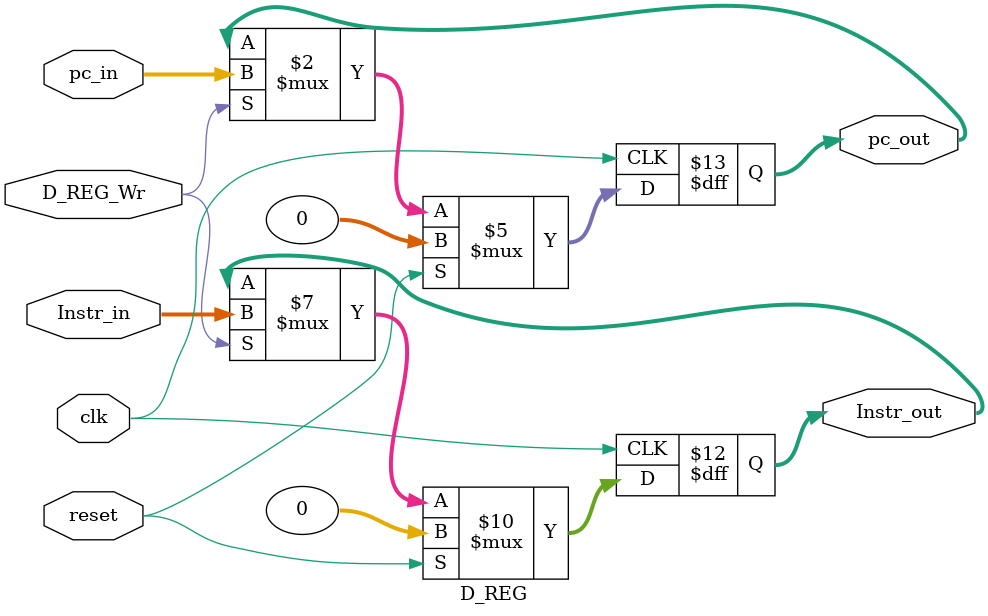
<source format=v>
`timescale 1ns/1ps
`include "macro.v"

module D_REG (
    input wire [31:0] Instr_in,
    input wire [31:0] pc_in,
    input wire D_REG_Wr,
    input wire clk,
    input wire reset,
    output reg [31:0] Instr_out,
    output reg [31:0] pc_out
);
    always @(posedge clk) begin
        if (reset) begin
            Instr_out <= 0;
            pc_out <= 0;
        end
        else if (D_REG_Wr) begin
            Instr_out <= Instr_in;
            pc_out <= pc_in;
        end
    end
endmodule //D_REG
</source>
